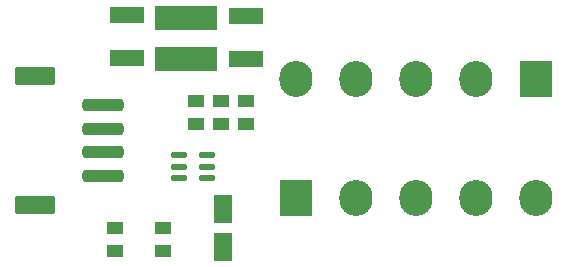
<source format=gbr>
G04*
G04 #@! TF.GenerationSoftware,Altium Limited,Altium Designer,23.0.1 (38)*
G04*
G04 Layer_Color=255*
%FSLAX25Y25*%
%MOIN*%
G70*
G04*
G04 #@! TF.SameCoordinates,522C3931-FE7E-4C40-AD20-8D3CB5E53036*
G04*
G04*
G04 #@! TF.FilePolarity,Positive*
G04*
G01*
G75*
G04:AMPARAMS|DCode=15|XSize=39.37mil|YSize=137.8mil|CornerRadius=9.84mil|HoleSize=0mil|Usage=FLASHONLY|Rotation=90.000|XOffset=0mil|YOffset=0mil|HoleType=Round|Shape=RoundedRectangle|*
%AMROUNDEDRECTD15*
21,1,0.03937,0.11811,0,0,90.0*
21,1,0.01968,0.13780,0,0,90.0*
1,1,0.01968,0.05906,0.00984*
1,1,0.01968,0.05906,-0.00984*
1,1,0.01968,-0.05906,-0.00984*
1,1,0.01968,-0.05906,0.00984*
%
%ADD15ROUNDEDRECTD15*%
G04:AMPARAMS|DCode=16|XSize=59.06mil|YSize=133.86mil|CornerRadius=7.38mil|HoleSize=0mil|Usage=FLASHONLY|Rotation=90.000|XOffset=0mil|YOffset=0mil|HoleType=Round|Shape=RoundedRectangle|*
%AMROUNDEDRECTD16*
21,1,0.05906,0.11909,0,0,90.0*
21,1,0.04429,0.13386,0,0,90.0*
1,1,0.01476,0.05955,0.02215*
1,1,0.01476,0.05955,-0.02215*
1,1,0.01476,-0.05955,-0.02215*
1,1,0.01476,-0.05955,0.02215*
%
%ADD16ROUNDEDRECTD16*%
%ADD17R,0.11417X0.05512*%
%ADD18R,0.06102X0.09252*%
%ADD19R,0.05315X0.04134*%
G04:AMPARAMS|DCode=20|XSize=53.94mil|YSize=23.23mil|CornerRadius=5.81mil|HoleSize=0mil|Usage=FLASHONLY|Rotation=180.000|XOffset=0mil|YOffset=0mil|HoleType=Round|Shape=RoundedRectangle|*
%AMROUNDEDRECTD20*
21,1,0.05394,0.01161,0,0,180.0*
21,1,0.04232,0.02323,0,0,180.0*
1,1,0.01161,-0.02116,0.00581*
1,1,0.01161,0.02116,0.00581*
1,1,0.01161,0.02116,-0.00581*
1,1,0.01161,-0.02116,-0.00581*
%
%ADD20ROUNDEDRECTD20*%
%ADD21R,0.20866X0.07874*%
%ADD34O,0.11000X0.12000*%
%ADD35R,0.11000X0.12000*%
D15*
X315438Y157746D02*
D03*
Y165620D02*
D03*
Y173494D02*
D03*
Y181368D02*
D03*
D16*
X292800Y148100D02*
D03*
Y191013D02*
D03*
D17*
X363300Y196913D02*
D03*
Y211087D02*
D03*
X323700Y197213D02*
D03*
Y211387D02*
D03*
D18*
X355500Y146799D02*
D03*
Y134201D02*
D03*
D19*
X363300Y174961D02*
D03*
Y182639D02*
D03*
X355000Y175061D02*
D03*
Y182739D02*
D03*
X346700Y182639D02*
D03*
Y174961D02*
D03*
X319500Y132661D02*
D03*
Y140339D02*
D03*
X335500D02*
D03*
Y132661D02*
D03*
D20*
X350106Y164640D02*
D03*
Y160900D02*
D03*
Y157160D02*
D03*
X340894D02*
D03*
Y160900D02*
D03*
Y164640D02*
D03*
D21*
X343100Y210590D02*
D03*
Y196810D02*
D03*
D34*
X419800Y150600D02*
D03*
X399800D02*
D03*
X439800D02*
D03*
X459800D02*
D03*
X380000Y190000D02*
D03*
X400000D02*
D03*
X440000D02*
D03*
X420000D02*
D03*
D35*
X379800Y150600D02*
D03*
X460000Y190000D02*
D03*
M02*

</source>
